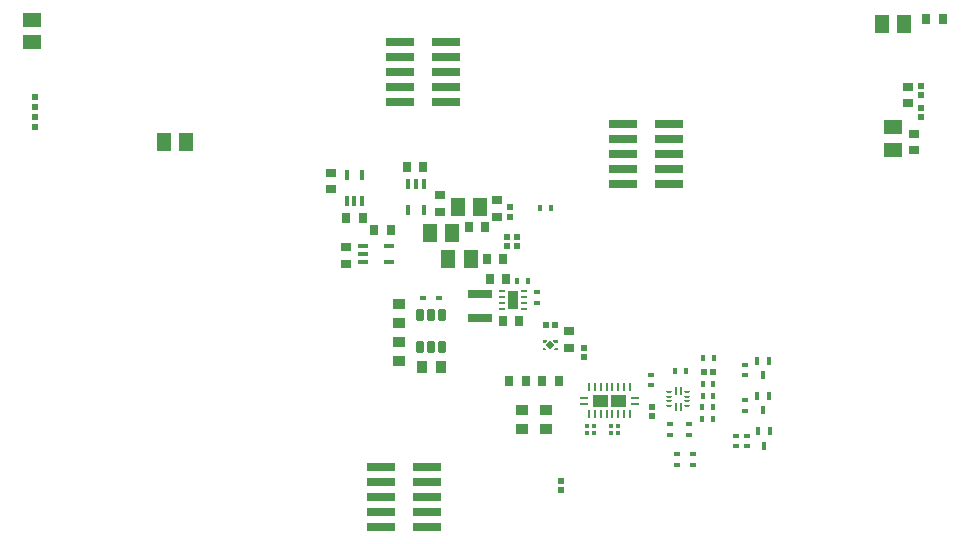
<source format=gtp>
G04*
G04 #@! TF.GenerationSoftware,Altium Limited,Altium Designer,19.1.8 (144)*
G04*
G04 Layer_Color=8421504*
%FSLAX44Y44*%
%MOMM*%
G71*
G01*
G75*
%ADD15R,0.4500X0.5500*%
G04:AMPARAMS|DCode=16|XSize=0.2mm|YSize=0.7mm|CornerRadius=0.05mm|HoleSize=0mm|Usage=FLASHONLY|Rotation=180.000|XOffset=0mm|YOffset=0mm|HoleType=Round|Shape=RoundedRectangle|*
%AMROUNDEDRECTD16*
21,1,0.2000,0.6000,0,0,180.0*
21,1,0.1000,0.7000,0,0,180.0*
1,1,0.1000,-0.0500,0.3000*
1,1,0.1000,0.0500,0.3000*
1,1,0.1000,0.0500,-0.3000*
1,1,0.1000,-0.0500,-0.3000*
%
%ADD16ROUNDEDRECTD16*%
G04:AMPARAMS|DCode=17|XSize=0.2mm|YSize=0.5mm|CornerRadius=0.05mm|HoleSize=0mm|Usage=FLASHONLY|Rotation=270.000|XOffset=0mm|YOffset=0mm|HoleType=Round|Shape=RoundedRectangle|*
%AMROUNDEDRECTD17*
21,1,0.2000,0.4000,0,0,270.0*
21,1,0.1000,0.5000,0,0,270.0*
1,1,0.1000,-0.2000,-0.0500*
1,1,0.1000,-0.2000,0.0500*
1,1,0.1000,0.2000,0.0500*
1,1,0.1000,0.2000,-0.0500*
%
%ADD17ROUNDEDRECTD17*%
%ADD18R,0.1500X0.1500*%
%ADD19R,0.1500X0.1500*%
%ADD20P,0.6788X4X270.0*%
%ADD21R,0.3500X0.8500*%
%ADD22R,0.8500X0.3500*%
%ADD23R,0.9000X1.6000*%
%ADD24R,0.5000X0.2800*%
%ADD25R,1.0000X0.9000*%
%ADD26R,0.5500X0.4500*%
%ADD27R,0.3000X0.7100*%
G04:AMPARAMS|DCode=28|XSize=0.6mm|YSize=1mm|CornerRadius=0.051mm|HoleSize=0mm|Usage=FLASHONLY|Rotation=0.000|XOffset=0mm|YOffset=0mm|HoleType=Round|Shape=RoundedRectangle|*
%AMROUNDEDRECTD28*
21,1,0.6000,0.8980,0,0,0.0*
21,1,0.4980,1.0000,0,0,0.0*
1,1,0.1020,0.2490,-0.4490*
1,1,0.1020,-0.2490,-0.4490*
1,1,0.1020,-0.2490,0.4490*
1,1,0.1020,0.2490,0.4490*
%
%ADD28ROUNDEDRECTD28*%
G04:AMPARAMS|DCode=29|XSize=0.25mm|YSize=0.6mm|CornerRadius=0.025mm|HoleSize=0mm|Usage=FLASHONLY|Rotation=0.000|XOffset=0mm|YOffset=0mm|HoleType=Round|Shape=RoundedRectangle|*
%AMROUNDEDRECTD29*
21,1,0.2500,0.5500,0,0,0.0*
21,1,0.2000,0.6000,0,0,0.0*
1,1,0.0500,0.1000,-0.2750*
1,1,0.0500,-0.1000,-0.2750*
1,1,0.0500,-0.1000,0.2750*
1,1,0.0500,0.1000,0.2750*
%
%ADD29ROUNDEDRECTD29*%
G04:AMPARAMS|DCode=30|XSize=0.25mm|YSize=0.6mm|CornerRadius=0.025mm|HoleSize=0mm|Usage=FLASHONLY|Rotation=270.000|XOffset=0mm|YOffset=0mm|HoleType=Round|Shape=RoundedRectangle|*
%AMROUNDEDRECTD30*
21,1,0.2500,0.5500,0,0,270.0*
21,1,0.2000,0.6000,0,0,270.0*
1,1,0.0500,-0.2750,-0.1000*
1,1,0.0500,-0.2750,0.1000*
1,1,0.0500,0.2750,0.1000*
1,1,0.0500,0.2750,-0.1000*
%
%ADD30ROUNDEDRECTD30*%
%ADD31R,2.0000X0.8000*%
%ADD32R,0.9000X0.7000*%
%ADD33R,0.5200X0.5200*%
%ADD34R,0.3200X0.3600*%
%ADD35R,0.4800X0.4000*%
%ADD36R,1.3000X1.5000*%
%ADD37R,2.4000X0.7600*%
%ADD38R,0.7000X0.9000*%
%ADD39R,0.5200X0.5200*%
%ADD40R,1.5000X1.3000*%
%ADD41R,0.9000X1.0000*%
G36*
X14050Y-217800D02*
X12250D01*
X10450Y-216000D01*
Y-215700D01*
X14050D01*
Y-217800D01*
D02*
G37*
G36*
X5450Y-216000D02*
X3650Y-217800D01*
X1850D01*
Y-215700D01*
X5450D01*
Y-216000D01*
D02*
G37*
G36*
X14050Y-224300D02*
X10450D01*
Y-224000D01*
X12250Y-222200D01*
X14050D01*
Y-224300D01*
D02*
G37*
G36*
X5450Y-224000D02*
Y-224300D01*
X1850D01*
Y-222200D01*
X3650D01*
X5450Y-224000D01*
D02*
G37*
G36*
X71567Y-262152D02*
X71848Y-262433D01*
X72000Y-262801D01*
Y-263000D01*
Y-271000D01*
Y-271199D01*
X71848Y-271566D01*
X71567Y-271848D01*
X71199Y-272000D01*
X59802D01*
X59434Y-271848D01*
X59153Y-271566D01*
X59000Y-271199D01*
Y-271000D01*
Y-263000D01*
Y-262801D01*
X59153Y-262433D01*
X59434Y-262152D01*
X59802Y-262000D01*
X71199D01*
X71567Y-262152D01*
D02*
G37*
G36*
X56567D02*
X56848Y-262433D01*
X57000Y-262801D01*
Y-263000D01*
Y-271000D01*
Y-271199D01*
X56848Y-271566D01*
X56567Y-271848D01*
X56199Y-272000D01*
X44802D01*
X44434Y-271848D01*
X44153Y-271566D01*
X44000Y-271199D01*
Y-271000D01*
Y-263000D01*
Y-262801D01*
X44153Y-262433D01*
X44434Y-262152D01*
X44802Y-262000D01*
X56199D01*
X56567Y-262152D01*
D02*
G37*
D15*
X136999Y-252498D02*
D03*
X145999D02*
D03*
X-500Y-104000D02*
D03*
X8500D02*
D03*
X-11000Y-165500D02*
D03*
X-20000D02*
D03*
X137500Y-231000D02*
D03*
X146500D02*
D03*
X113500Y-242000D02*
D03*
X122500D02*
D03*
X136499Y-282499D02*
D03*
X145499D02*
D03*
X136499Y-272499D02*
D03*
X145499D02*
D03*
X145999Y-262498D02*
D03*
X136999D02*
D03*
D16*
X114249Y-271998D02*
D03*
X118249D02*
D03*
Y-258998D02*
D03*
X114249D02*
D03*
D17*
X123748Y-271498D02*
D03*
Y-267498D02*
D03*
Y-263498D02*
D03*
Y-259498D02*
D03*
X108748D02*
D03*
Y-263498D02*
D03*
Y-267498D02*
D03*
Y-271498D02*
D03*
D18*
X2850Y-223300D02*
D03*
D19*
Y-216700D02*
D03*
X13050Y-223300D02*
D03*
Y-216700D02*
D03*
D20*
X7950Y-220000D02*
D03*
D21*
X-112249Y-104999D02*
D03*
Y-82999D02*
D03*
X-99249Y-104999D02*
D03*
Y-82999D02*
D03*
X-105749D02*
D03*
X-158000Y-98000D02*
D03*
X-164500D02*
D03*
Y-76000D02*
D03*
X-151500Y-98000D02*
D03*
Y-76000D02*
D03*
D22*
X-151001Y-142749D02*
D03*
Y-136249D02*
D03*
X-129001D02*
D03*
X-151001Y-149249D02*
D03*
X-129001D02*
D03*
D23*
X-23500Y-181500D02*
D03*
D24*
X-14000Y-189000D02*
D03*
Y-184000D02*
D03*
Y-179000D02*
D03*
Y-174000D02*
D03*
X-33000Y-189000D02*
D03*
Y-184000D02*
D03*
Y-179000D02*
D03*
Y-174000D02*
D03*
D25*
X-120000Y-201000D02*
D03*
Y-185000D02*
D03*
Y-217000D02*
D03*
Y-233000D02*
D03*
X-16000Y-291000D02*
D03*
Y-275000D02*
D03*
X4000Y-291000D02*
D03*
Y-275000D02*
D03*
D26*
X173000Y-245500D02*
D03*
Y-236500D02*
D03*
X-3500Y-184000D02*
D03*
Y-175000D02*
D03*
X93432Y-253681D02*
D03*
Y-244681D02*
D03*
X129000Y-312000D02*
D03*
Y-321000D02*
D03*
X109000Y-296000D02*
D03*
Y-287000D02*
D03*
X125000Y-296000D02*
D03*
Y-287000D02*
D03*
X115000Y-312000D02*
D03*
Y-321000D02*
D03*
X165000Y-305500D02*
D03*
Y-296500D02*
D03*
X174000Y-305500D02*
D03*
Y-296500D02*
D03*
X173000Y-275500D02*
D03*
Y-266500D02*
D03*
D27*
X188000Y-245100D02*
D03*
X183000Y-232900D02*
D03*
X193000D02*
D03*
X189000Y-305100D02*
D03*
X184000Y-292900D02*
D03*
X194000D02*
D03*
X188000Y-275100D02*
D03*
X183000Y-262900D02*
D03*
X193000D02*
D03*
D28*
X-83500Y-221750D02*
D03*
X-93000D02*
D03*
X-102500D02*
D03*
Y-194250D02*
D03*
X-93000D02*
D03*
X-83500D02*
D03*
D29*
X40500Y-278500D02*
D03*
X45500D02*
D03*
X60500D02*
D03*
X65500D02*
D03*
X55500D02*
D03*
X70500Y-255500D02*
D03*
X65500D02*
D03*
X45500D02*
D03*
X50500D02*
D03*
X75500D02*
D03*
X60500D02*
D03*
X55500D02*
D03*
X40500D02*
D03*
X50500Y-278500D02*
D03*
X75500D02*
D03*
X70500D02*
D03*
D30*
X36500Y-264500D02*
D03*
Y-269500D02*
D03*
X79500D02*
D03*
Y-264500D02*
D03*
D31*
X-51500Y-176500D02*
D03*
Y-196500D02*
D03*
D32*
X-178000Y-74000D02*
D03*
Y-88000D02*
D03*
X-37000Y-111000D02*
D03*
Y-97000D02*
D03*
X316000Y-41000D02*
D03*
Y-55000D02*
D03*
X311000Y-1000D02*
D03*
Y-15000D02*
D03*
X24000Y-222000D02*
D03*
Y-208000D02*
D03*
X-165001Y-136749D02*
D03*
Y-150749D02*
D03*
X-85749Y-106999D02*
D03*
Y-92999D02*
D03*
D33*
X94249Y-271999D02*
D03*
Y-279999D02*
D03*
X-29000Y-136000D02*
D03*
Y-128000D02*
D03*
X-20000Y-136000D02*
D03*
Y-128000D02*
D03*
X-26000Y-103000D02*
D03*
Y-111000D02*
D03*
X322000Y-19000D02*
D03*
Y-27000D02*
D03*
Y-8000D02*
D03*
Y0D02*
D03*
X-428000Y-35000D02*
D03*
Y-27000D02*
D03*
Y-18000D02*
D03*
Y-10000D02*
D03*
X17206Y-334711D02*
D03*
Y-342711D02*
D03*
X36000Y-230000D02*
D03*
Y-222000D02*
D03*
D34*
X39249Y-288199D02*
D03*
Y-293799D02*
D03*
X65249Y-288199D02*
D03*
Y-293799D02*
D03*
X59249Y-288199D02*
D03*
Y-293799D02*
D03*
X45249Y-288199D02*
D03*
Y-293799D02*
D03*
D35*
X-86400Y-180000D02*
D03*
X-99600D02*
D03*
D36*
X-319500Y-48000D02*
D03*
X-300500D02*
D03*
X-51500Y-103000D02*
D03*
X-70500D02*
D03*
X-75000Y-125000D02*
D03*
X-94000D02*
D03*
X-59500Y-147000D02*
D03*
X-78500D02*
D03*
X307500Y52000D02*
D03*
X288500D02*
D03*
D37*
X108281Y-83465D02*
D03*
Y-70765D02*
D03*
Y-58065D02*
D03*
Y-45365D02*
D03*
Y-32665D02*
D03*
X69281Y-83465D02*
D03*
Y-70765D02*
D03*
Y-58065D02*
D03*
Y-45365D02*
D03*
Y-32665D02*
D03*
X108281D02*
D03*
X69281D02*
D03*
X-135500Y-322600D02*
D03*
Y-335300D02*
D03*
Y-348000D02*
D03*
Y-360700D02*
D03*
Y-373400D02*
D03*
X-96500Y-322600D02*
D03*
Y-335300D02*
D03*
Y-348000D02*
D03*
Y-360700D02*
D03*
Y-373400D02*
D03*
X-135500D02*
D03*
X-96500D02*
D03*
X-80320Y-14272D02*
D03*
Y-1572D02*
D03*
Y11128D02*
D03*
Y23828D02*
D03*
Y36528D02*
D03*
X-119320Y-14272D02*
D03*
Y-1572D02*
D03*
Y11128D02*
D03*
Y23828D02*
D03*
Y36528D02*
D03*
X-80320D02*
D03*
X-119320D02*
D03*
D38*
X-46000Y-147000D02*
D03*
X-32000D02*
D03*
X-47000Y-120000D02*
D03*
X-61000D02*
D03*
X326000Y56000D02*
D03*
X340000D02*
D03*
X-13000Y-250000D02*
D03*
X-27000D02*
D03*
X1000Y-250000D02*
D03*
X15000D02*
D03*
X-127001Y-122749D02*
D03*
X-141001D02*
D03*
X-99749Y-68999D02*
D03*
X-113749D02*
D03*
X-32500Y-199500D02*
D03*
X-18500D02*
D03*
X-43500Y-163500D02*
D03*
X-29500D02*
D03*
X-165000Y-112000D02*
D03*
X-151000D02*
D03*
D39*
X12000Y-203000D02*
D03*
X4000D02*
D03*
X137999Y-242499D02*
D03*
X145999D02*
D03*
D40*
X298000Y-35500D02*
D03*
Y-54500D02*
D03*
X-431000Y36500D02*
D03*
Y55500D02*
D03*
D41*
X-101000Y-238000D02*
D03*
X-85000D02*
D03*
M02*

</source>
